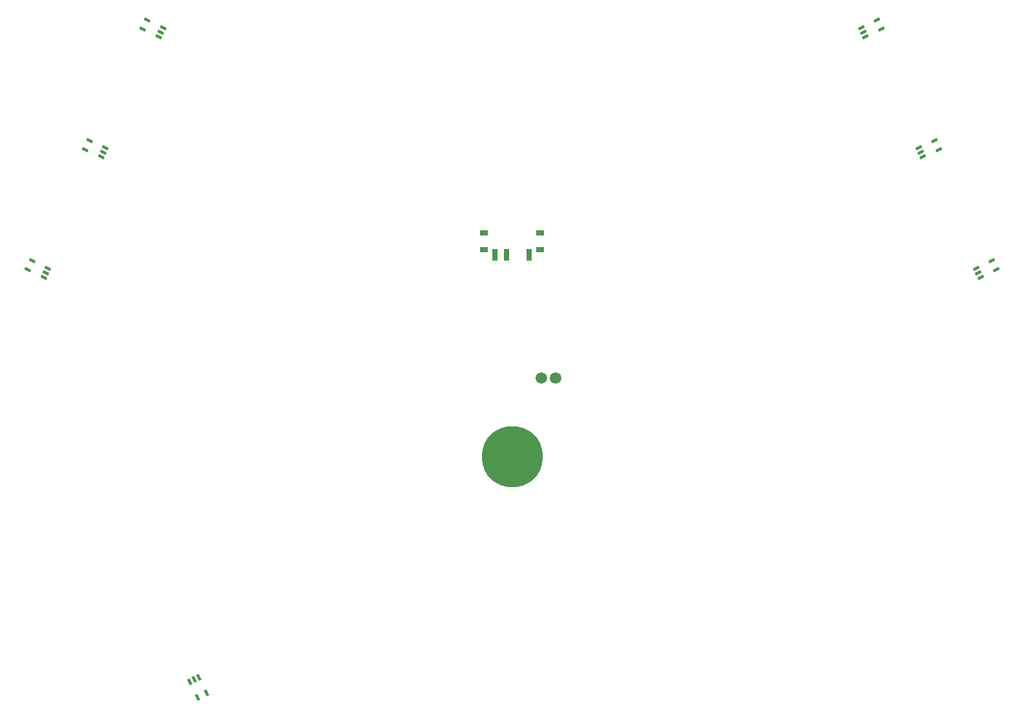
<source format=gbr>
%TF.GenerationSoftware,KiCad,Pcbnew,8.0.7*%
%TF.CreationDate,2025-01-10T10:44:29-08:00*%
%TF.ProjectId,sessile,73657373-696c-4652-9e6b-696361645f70,0.1*%
%TF.SameCoordinates,Original*%
%TF.FileFunction,Paste,Top*%
%TF.FilePolarity,Positive*%
%FSLAX46Y46*%
G04 Gerber Fmt 4.6, Leading zero omitted, Abs format (unit mm)*
G04 Created by KiCad (PCBNEW 8.0.7) date 2025-01-10 10:44:29*
%MOMM*%
%LPD*%
G01*
G04 APERTURE LIST*
G04 Aperture macros list*
%AMRotRect*
0 Rectangle, with rotation*
0 The origin of the aperture is its center*
0 $1 length*
0 $2 width*
0 $3 Rotation angle, in degrees counterclockwise*
0 Add horizontal line*
21,1,$1,$2,0,0,$3*%
G04 Aperture macros list end*
%ADD10RotRect,0.400000X0.800000X295.551000*%
%ADD11RotRect,0.400000X0.800000X64.449000*%
%ADD12RotRect,0.400000X0.800000X206.869000*%
%ADD13C,8.000000*%
%ADD14C,1.500000*%
%ADD15R,1.000000X0.800000*%
%ADD16R,0.700000X1.500000*%
G04 APERTURE END LIST*
D10*
%TO.C,D7*%
X232377838Y-105824256D03*
X232658192Y-106410687D03*
X232938546Y-106997119D03*
X235013610Y-106005096D03*
X234452902Y-104832233D03*
%TD*%
D11*
%TO.C,D3*%
X117551522Y-122785649D03*
X117831876Y-122199217D03*
X118112230Y-121612786D03*
X116037166Y-120620763D03*
X115476458Y-121793626D03*
%TD*%
D10*
%TO.C,D6*%
X239925838Y-121612786D03*
X240206192Y-122199217D03*
X240486546Y-122785649D03*
X242561610Y-121793626D03*
X242000902Y-120620763D03*
%TD*%
D12*
%TO.C,D9*%
X137896872Y-175300970D03*
X137317045Y-175594738D03*
X136737219Y-175888507D03*
X137776708Y-177940204D03*
X138936361Y-177352667D03*
%TD*%
D13*
%TO.C,BAT1*%
X179019034Y-146379218D03*
%TD*%
D10*
%TO.C,D8*%
X224829837Y-90035726D03*
X225110191Y-90622157D03*
X225390545Y-91208589D03*
X227465609Y-90216566D03*
X226904901Y-89043703D03*
%TD*%
D14*
%TO.C,MCU1*%
X182829034Y-136026718D03*
X184734034Y-136026718D03*
%TD*%
D11*
%TO.C,D5*%
X132647524Y-91208589D03*
X132927878Y-90622157D03*
X133208232Y-90035726D03*
X131133168Y-89043703D03*
X130572460Y-90216566D03*
%TD*%
D15*
%TO.C,SW1*%
X175369034Y-119204218D03*
X182669034Y-119204218D03*
X175369034Y-116994218D03*
X182669034Y-116994218D03*
D16*
X181269034Y-119854218D03*
X178269034Y-119854218D03*
X176769034Y-119854218D03*
%TD*%
D11*
%TO.C,D4*%
X125099523Y-106997119D03*
X125379877Y-106410687D03*
X125660231Y-105824256D03*
X123585167Y-104832233D03*
X123024459Y-106005096D03*
%TD*%
M02*

</source>
